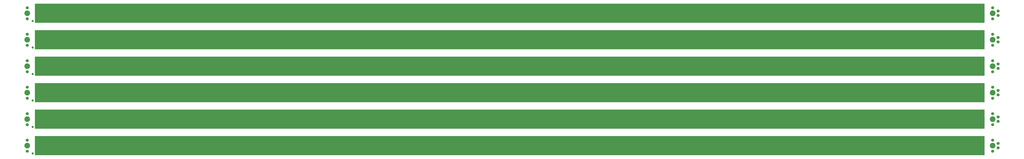
<source format=gbr>
G04 EAGLE Gerber RS-274X export*
G75*
%MOMM*%
%FSLAX34Y34*%
%LPD*%
%INSoldermask Top*%
%IPPOS*%
%AMOC8*
5,1,8,0,0,1.08239X$1,22.5*%
G01*
%ADD10C,3.251200*%
%ADD11C,1.727200*%
%ADD12C,1.259600*%

G36*
X5538520Y764171D02*
X5538520Y764171D01*
X5538571Y764173D01*
X5538603Y764191D01*
X5538639Y764199D01*
X5538678Y764232D01*
X5538723Y764256D01*
X5538744Y764286D01*
X5538772Y764309D01*
X5538793Y764356D01*
X5538823Y764398D01*
X5538831Y764440D01*
X5538843Y764468D01*
X5538842Y764498D01*
X5538850Y764540D01*
X5538850Y873760D01*
X5538839Y873810D01*
X5538837Y873861D01*
X5538819Y873893D01*
X5538811Y873929D01*
X5538778Y873968D01*
X5538754Y874013D01*
X5538724Y874034D01*
X5538701Y874062D01*
X5538654Y874083D01*
X5538612Y874113D01*
X5538570Y874121D01*
X5538542Y874133D01*
X5538512Y874132D01*
X5538470Y874140D01*
X77470Y874140D01*
X77420Y874129D01*
X77369Y874127D01*
X77337Y874109D01*
X77301Y874101D01*
X77262Y874068D01*
X77217Y874044D01*
X77196Y874014D01*
X77168Y873991D01*
X77147Y873944D01*
X77117Y873902D01*
X77109Y873860D01*
X77097Y873832D01*
X77098Y873802D01*
X77090Y873760D01*
X77090Y764540D01*
X77101Y764490D01*
X77103Y764439D01*
X77121Y764407D01*
X77129Y764371D01*
X77162Y764332D01*
X77186Y764287D01*
X77216Y764266D01*
X77239Y764238D01*
X77286Y764217D01*
X77328Y764187D01*
X77370Y764179D01*
X77398Y764167D01*
X77428Y764168D01*
X77470Y764160D01*
X5538470Y764160D01*
X5538520Y764171D01*
G37*
G36*
X5538520Y611771D02*
X5538520Y611771D01*
X5538571Y611773D01*
X5538603Y611791D01*
X5538639Y611799D01*
X5538678Y611832D01*
X5538723Y611856D01*
X5538744Y611886D01*
X5538772Y611909D01*
X5538793Y611956D01*
X5538823Y611998D01*
X5538831Y612040D01*
X5538843Y612068D01*
X5538842Y612098D01*
X5538850Y612140D01*
X5538850Y721360D01*
X5538839Y721410D01*
X5538837Y721461D01*
X5538819Y721493D01*
X5538811Y721529D01*
X5538778Y721568D01*
X5538754Y721613D01*
X5538724Y721634D01*
X5538701Y721662D01*
X5538654Y721683D01*
X5538612Y721713D01*
X5538570Y721721D01*
X5538542Y721733D01*
X5538512Y721732D01*
X5538470Y721740D01*
X77470Y721740D01*
X77420Y721729D01*
X77369Y721727D01*
X77337Y721709D01*
X77301Y721701D01*
X77262Y721668D01*
X77217Y721644D01*
X77196Y721614D01*
X77168Y721591D01*
X77147Y721544D01*
X77117Y721502D01*
X77109Y721460D01*
X77097Y721432D01*
X77098Y721402D01*
X77090Y721360D01*
X77090Y612140D01*
X77101Y612090D01*
X77103Y612039D01*
X77121Y612007D01*
X77129Y611971D01*
X77162Y611932D01*
X77186Y611887D01*
X77216Y611866D01*
X77239Y611838D01*
X77286Y611817D01*
X77328Y611787D01*
X77370Y611779D01*
X77398Y611767D01*
X77428Y611768D01*
X77470Y611760D01*
X5538470Y611760D01*
X5538520Y611771D01*
G37*
G36*
X5538520Y459371D02*
X5538520Y459371D01*
X5538571Y459373D01*
X5538603Y459391D01*
X5538639Y459399D01*
X5538678Y459432D01*
X5538723Y459456D01*
X5538744Y459486D01*
X5538772Y459509D01*
X5538793Y459556D01*
X5538823Y459598D01*
X5538831Y459640D01*
X5538843Y459668D01*
X5538842Y459698D01*
X5538850Y459740D01*
X5538850Y568960D01*
X5538839Y569010D01*
X5538837Y569061D01*
X5538819Y569093D01*
X5538811Y569129D01*
X5538778Y569168D01*
X5538754Y569213D01*
X5538724Y569234D01*
X5538701Y569262D01*
X5538654Y569283D01*
X5538612Y569313D01*
X5538570Y569321D01*
X5538542Y569333D01*
X5538512Y569332D01*
X5538470Y569340D01*
X77470Y569340D01*
X77420Y569329D01*
X77369Y569327D01*
X77337Y569309D01*
X77301Y569301D01*
X77262Y569268D01*
X77217Y569244D01*
X77196Y569214D01*
X77168Y569191D01*
X77147Y569144D01*
X77117Y569102D01*
X77109Y569060D01*
X77097Y569032D01*
X77098Y569002D01*
X77090Y568960D01*
X77090Y459740D01*
X77101Y459690D01*
X77103Y459639D01*
X77121Y459607D01*
X77129Y459571D01*
X77162Y459532D01*
X77186Y459487D01*
X77216Y459466D01*
X77239Y459438D01*
X77286Y459417D01*
X77328Y459387D01*
X77370Y459379D01*
X77398Y459367D01*
X77428Y459368D01*
X77470Y459360D01*
X5538470Y459360D01*
X5538520Y459371D01*
G37*
G36*
X5538520Y306971D02*
X5538520Y306971D01*
X5538571Y306973D01*
X5538603Y306991D01*
X5538639Y306999D01*
X5538678Y307032D01*
X5538723Y307056D01*
X5538744Y307086D01*
X5538772Y307109D01*
X5538793Y307156D01*
X5538823Y307198D01*
X5538831Y307240D01*
X5538843Y307268D01*
X5538842Y307298D01*
X5538850Y307340D01*
X5538850Y416560D01*
X5538839Y416610D01*
X5538837Y416661D01*
X5538819Y416693D01*
X5538811Y416729D01*
X5538778Y416768D01*
X5538754Y416813D01*
X5538724Y416834D01*
X5538701Y416862D01*
X5538654Y416883D01*
X5538612Y416913D01*
X5538570Y416921D01*
X5538542Y416933D01*
X5538512Y416932D01*
X5538470Y416940D01*
X77470Y416940D01*
X77420Y416929D01*
X77369Y416927D01*
X77337Y416909D01*
X77301Y416901D01*
X77262Y416868D01*
X77217Y416844D01*
X77196Y416814D01*
X77168Y416791D01*
X77147Y416744D01*
X77117Y416702D01*
X77109Y416660D01*
X77097Y416632D01*
X77098Y416602D01*
X77090Y416560D01*
X77090Y307340D01*
X77101Y307290D01*
X77103Y307239D01*
X77121Y307207D01*
X77129Y307171D01*
X77162Y307132D01*
X77186Y307087D01*
X77216Y307066D01*
X77239Y307038D01*
X77286Y307017D01*
X77328Y306987D01*
X77370Y306979D01*
X77398Y306967D01*
X77428Y306968D01*
X77470Y306960D01*
X5538470Y306960D01*
X5538520Y306971D01*
G37*
G36*
X5538520Y154571D02*
X5538520Y154571D01*
X5538571Y154573D01*
X5538603Y154591D01*
X5538639Y154599D01*
X5538678Y154632D01*
X5538723Y154656D01*
X5538744Y154686D01*
X5538772Y154709D01*
X5538793Y154756D01*
X5538823Y154798D01*
X5538831Y154840D01*
X5538843Y154868D01*
X5538842Y154898D01*
X5538850Y154940D01*
X5538850Y264160D01*
X5538839Y264210D01*
X5538837Y264261D01*
X5538819Y264293D01*
X5538811Y264329D01*
X5538778Y264368D01*
X5538754Y264413D01*
X5538724Y264434D01*
X5538701Y264462D01*
X5538654Y264483D01*
X5538612Y264513D01*
X5538570Y264521D01*
X5538542Y264533D01*
X5538512Y264532D01*
X5538470Y264540D01*
X77470Y264540D01*
X77420Y264529D01*
X77369Y264527D01*
X77337Y264509D01*
X77301Y264501D01*
X77262Y264468D01*
X77217Y264444D01*
X77196Y264414D01*
X77168Y264391D01*
X77147Y264344D01*
X77117Y264302D01*
X77109Y264260D01*
X77097Y264232D01*
X77098Y264202D01*
X77090Y264160D01*
X77090Y154940D01*
X77101Y154890D01*
X77103Y154839D01*
X77121Y154807D01*
X77129Y154771D01*
X77162Y154732D01*
X77186Y154687D01*
X77216Y154666D01*
X77239Y154638D01*
X77286Y154617D01*
X77328Y154587D01*
X77370Y154579D01*
X77398Y154567D01*
X77428Y154568D01*
X77470Y154560D01*
X5538470Y154560D01*
X5538520Y154571D01*
G37*
G36*
X5538520Y2171D02*
X5538520Y2171D01*
X5538571Y2173D01*
X5538603Y2191D01*
X5538639Y2199D01*
X5538678Y2232D01*
X5538723Y2256D01*
X5538744Y2286D01*
X5538772Y2309D01*
X5538793Y2356D01*
X5538823Y2398D01*
X5538831Y2440D01*
X5538843Y2468D01*
X5538842Y2498D01*
X5538850Y2540D01*
X5538850Y111760D01*
X5538839Y111810D01*
X5538837Y111861D01*
X5538819Y111893D01*
X5538811Y111929D01*
X5538778Y111968D01*
X5538754Y112013D01*
X5538724Y112034D01*
X5538701Y112062D01*
X5538654Y112083D01*
X5538612Y112113D01*
X5538570Y112121D01*
X5538542Y112133D01*
X5538512Y112132D01*
X5538470Y112140D01*
X77470Y112140D01*
X77420Y112129D01*
X77369Y112127D01*
X77337Y112109D01*
X77301Y112101D01*
X77262Y112068D01*
X77217Y112044D01*
X77196Y112014D01*
X77168Y111991D01*
X77147Y111944D01*
X77117Y111902D01*
X77109Y111860D01*
X77097Y111832D01*
X77098Y111802D01*
X77090Y111760D01*
X77090Y2540D01*
X77101Y2490D01*
X77103Y2439D01*
X77121Y2407D01*
X77129Y2371D01*
X77162Y2332D01*
X77186Y2287D01*
X77216Y2266D01*
X77239Y2238D01*
X77286Y2217D01*
X77328Y2187D01*
X77370Y2179D01*
X77398Y2167D01*
X77428Y2168D01*
X77470Y2160D01*
X5538470Y2160D01*
X5538520Y2171D01*
G37*
D10*
X5585460Y57150D03*
X33020Y57150D03*
D11*
X5585460Y88900D03*
X5585460Y25400D03*
X33020Y88900D03*
X33020Y25400D03*
D10*
X5585460Y209550D03*
X33020Y209550D03*
D11*
X5585460Y241300D03*
X5585460Y177800D03*
X33020Y241300D03*
X33020Y177800D03*
D10*
X5585460Y361950D03*
X33020Y361950D03*
D11*
X5585460Y393700D03*
X5585460Y330200D03*
X33020Y393700D03*
X33020Y330200D03*
D10*
X5585460Y514350D03*
X33020Y514350D03*
D11*
X5585460Y546100D03*
X5585460Y482600D03*
X33020Y546100D03*
X33020Y482600D03*
D10*
X5585460Y666750D03*
X33020Y666750D03*
D11*
X5585460Y698500D03*
X5585460Y635000D03*
X33020Y698500D03*
X33020Y635000D03*
D10*
X5585460Y819150D03*
X33020Y819150D03*
D11*
X5585460Y850900D03*
X5585460Y787400D03*
X33020Y850900D03*
X33020Y787400D03*
D12*
X64770Y12700D03*
D11*
X5617210Y44450D03*
X5617210Y69850D03*
D12*
X64770Y165100D03*
D11*
X5617210Y196850D03*
X5617210Y222250D03*
D12*
X64770Y317500D03*
D11*
X5617210Y349250D03*
X5617210Y374650D03*
D12*
X64770Y469900D03*
D11*
X5617210Y501650D03*
X5617210Y527050D03*
D12*
X64770Y622300D03*
D11*
X5617210Y654050D03*
X5617210Y679450D03*
D12*
X64770Y774700D03*
D11*
X5617210Y806450D03*
X5617210Y831850D03*
M02*

</source>
